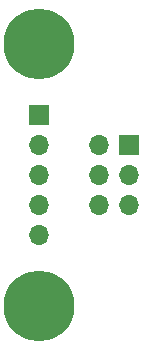
<source format=gbr>
%TF.GenerationSoftware,KiCad,Pcbnew,7.0.5-0*%
%TF.CreationDate,2023-07-15T01:19:17-04:00*%
%TF.ProjectId,programmer,70726f67-7261-46d6-9d65-722e6b696361,rev?*%
%TF.SameCoordinates,Original*%
%TF.FileFunction,Soldermask,Bot*%
%TF.FilePolarity,Negative*%
%FSLAX46Y46*%
G04 Gerber Fmt 4.6, Leading zero omitted, Abs format (unit mm)*
G04 Created by KiCad (PCBNEW 7.0.5-0) date 2023-07-15 01:19:17*
%MOMM*%
%LPD*%
G01*
G04 APERTURE LIST*
%ADD10C,0.800000*%
%ADD11C,6.000000*%
%ADD12R,1.700000X1.700000*%
%ADD13O,1.700000X1.700000*%
G04 APERTURE END LIST*
D10*
%TO.C,H1*%
X134910000Y-64449010D03*
X135569010Y-62858020D03*
X135569010Y-66040000D03*
X137160000Y-62199010D03*
D11*
X137160000Y-64449010D03*
D10*
X137160000Y-66699010D03*
X138750990Y-62858020D03*
X138750990Y-66040000D03*
X139410000Y-64449010D03*
%TD*%
%TO.C,H2*%
X134910000Y-42230990D03*
X135569010Y-40640000D03*
X135569010Y-43821980D03*
X137160000Y-39980990D03*
D11*
X137160000Y-42230990D03*
D10*
X137160000Y-44480990D03*
X138750990Y-40640000D03*
X138750990Y-43821980D03*
X139410000Y-42230990D03*
%TD*%
D12*
%TO.C,J1*%
X137160000Y-48260000D03*
D13*
X137160000Y-50800000D03*
X137160000Y-53340000D03*
X137160000Y-55880000D03*
X137160000Y-58420000D03*
%TD*%
D12*
%TO.C,J2*%
X144780000Y-50800000D03*
D13*
X142240000Y-50800000D03*
X144780000Y-53340000D03*
X142240000Y-53340000D03*
X144780000Y-55880000D03*
X142240000Y-55880000D03*
%TD*%
M02*

</source>
